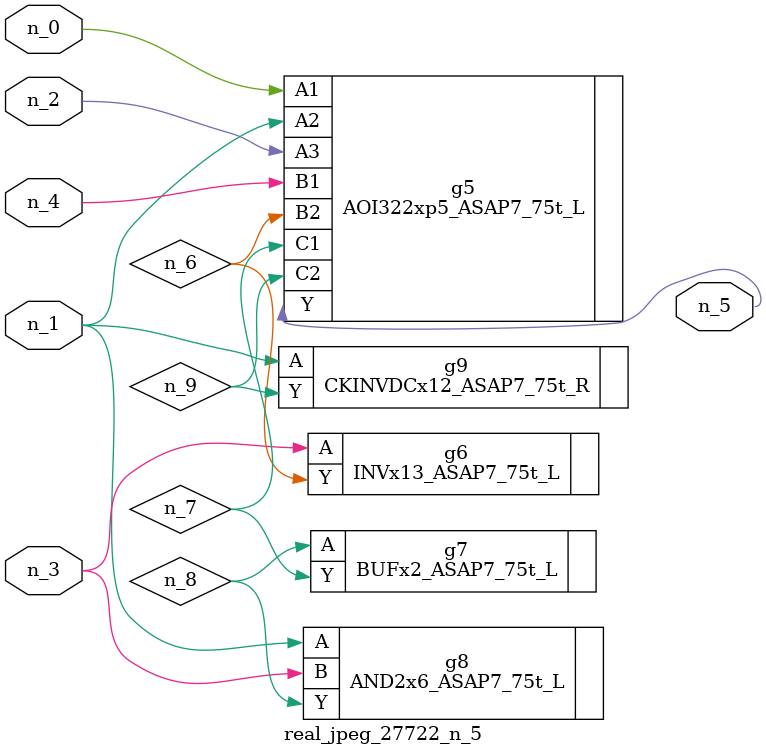
<source format=v>
module real_jpeg_27722_n_5 (n_4, n_0, n_1, n_2, n_3, n_5);

input n_4;
input n_0;
input n_1;
input n_2;
input n_3;

output n_5;

wire n_8;
wire n_6;
wire n_7;
wire n_9;

AOI322xp5_ASAP7_75t_L g5 ( 
.A1(n_0),
.A2(n_1),
.A3(n_2),
.B1(n_4),
.B2(n_6),
.C1(n_7),
.C2(n_9),
.Y(n_5)
);

AND2x6_ASAP7_75t_L g8 ( 
.A(n_1),
.B(n_3),
.Y(n_8)
);

CKINVDCx12_ASAP7_75t_R g9 ( 
.A(n_1),
.Y(n_9)
);

INVx13_ASAP7_75t_L g6 ( 
.A(n_3),
.Y(n_6)
);

BUFx2_ASAP7_75t_L g7 ( 
.A(n_8),
.Y(n_7)
);


endmodule
</source>
